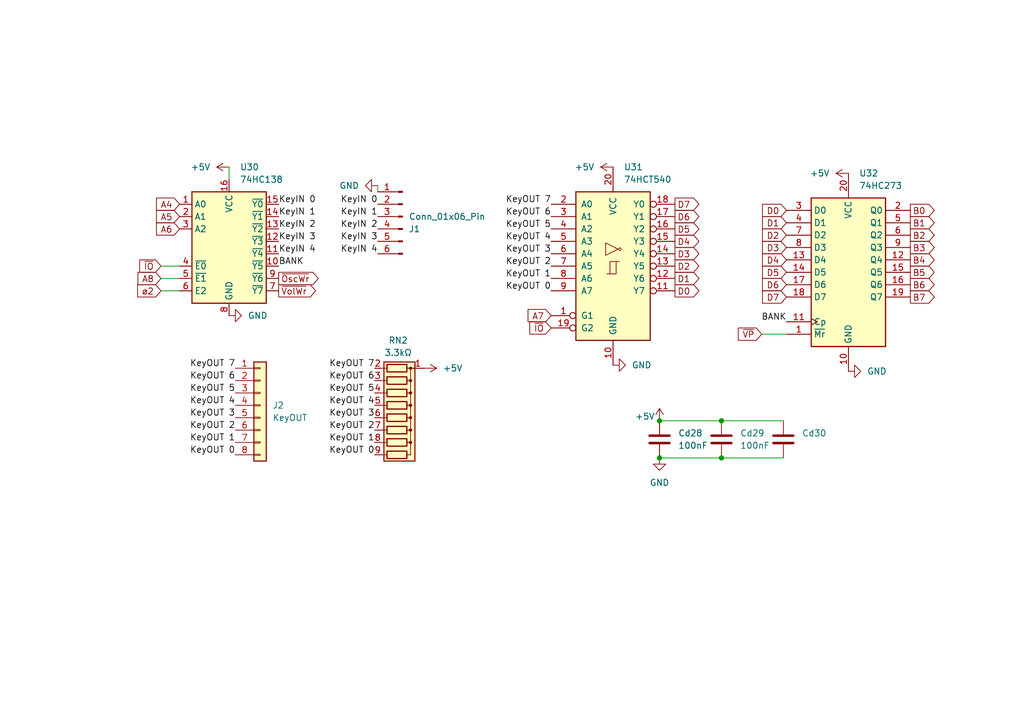
<source format=kicad_sch>
(kicad_sch (version 20231120) (generator "eeschema") (generator_version "8.0")
  (paper "A5")
  (title_block (title "I/O"))
  (lib_symbols
    (symbol "74xx:74AHC273"
      (property "Reference" "U" (at -7.62 16.51 0))
      (property "Value" "74AHC273" (at -7.62 -16.51 0))
      (symbol "74AHC273_1_0"
        (pin input line (at -12.7 -12.7 0) (length 5.08) (name "~{Mr}") (number "1"))
        (pin power_in line (at 0 -20.32 90) (length 5.08) (name "GND") (number "10"))
        (pin input clock (at -12.7 -10.16 0) (length 5.08) (name "Cp") (number "11"))
        (pin output line (at 12.7 2.54 180) (length 5.08) (name "Q4") (number "12"))
        (pin input line (at -12.7 2.54 0) (length 5.08) (name "D4") (number "13"))
        (pin input line (at -12.7 0 0) (length 5.08) (name "D5") (number "14"))
        (pin output line (at 12.7 0 180) (length 5.08) (name "Q5") (number "15"))
        (pin output line (at 12.7 -2.54 180) (length 5.08) (name "Q6") (number "16"))
        (pin input line (at -12.7 -2.54 0) (length 5.08) (name "D6") (number "17"))
        (pin input line (at -12.7 -5.08 0) (length 5.08) (name "D7") (number "18"))
        (pin output line (at 12.7 -5.08 180) (length 5.08) (name "Q7") (number "19"))
        (pin output line (at 12.7 12.7 180) (length 5.08) (name "Q0") (number "2"))
        (pin power_in line (at 0 20.32 270) (length 5.08) (name "VCC") (number "20"))
        (pin input line (at -12.7 12.7 0) (length 5.08) (name "D0") (number "3"))
        (pin input line (at -12.7 10.16 0) (length 5.08) (name "D1") (number "4"))
        (pin output line (at 12.7 10.16 180) (length 5.08) (name "Q1") (number "5"))
        (pin output line (at 12.7 7.62 180) (length 5.08) (name "Q2") (number "6"))
        (pin input line (at -12.7 7.62 0) (length 5.08) (name "D2") (number "7"))
        (pin input line (at -12.7 5.08 0) (length 5.08) (name "D3") (number "8"))
        (pin output line (at 12.7 5.08 180) (length 5.08) (name "Q3") (number "9"))
      )
      (symbol "74AHC273_1_1"
        (rectangle (start -7.62 15.24) (end 7.62 -15.24) (stroke (width 0.254)) (fill (type background)))
      )
    )
    (symbol "74xx:74HC138"
      (property "Reference" "U" (at -7.62 13.97 0))
      (property "Value" "74HC138" (at 2.54 -11.43 0))
      (symbol "74HC138_0_1"
        (rectangle (start -7.62 12.7) (end 7.62 -10.16) (stroke (width 0.254)) (fill (type background)))
      )
      (symbol "74HC138_1_1"
        (pin input line (at -10.16 10.16 0) (length 2.54) (name "A0") (number "1"))
        (pin output line (at 10.16 -2.54 180) (length 2.54) (name "~{Y5}") (number "10"))
        (pin output line (at 10.16 0 180) (length 2.54) (name "~{Y4}") (number "11"))
        (pin output line (at 10.16 2.54 180) (length 2.54) (name "~{Y3}") (number "12"))
        (pin output line (at 10.16 5.08 180) (length 2.54) (name "~{Y2}") (number "13"))
        (pin output line (at 10.16 7.62 180) (length 2.54) (name "~{Y1}") (number "14"))
        (pin output line (at 10.16 10.16 180) (length 2.54) (name "~{Y0}") (number "15"))
        (pin power_in line (at 0 15.24 270) (length 2.54) (name "VCC") (number "16"))
        (pin input line (at -10.16 7.62 0) (length 2.54) (name "A1") (number "2"))
        (pin input line (at -10.16 5.08 0) (length 2.54) (name "A2") (number "3"))
        (pin input line (at -10.16 -2.54 0) (length 2.54) (name "~{E0}") (number "4"))
        (pin input line (at -10.16 -5.08 0) (length 2.54) (name "~{E1}") (number "5"))
        (pin input line (at -10.16 -7.62 0) (length 2.54) (name "E2") (number "6"))
        (pin output line (at 10.16 -7.62 180) (length 2.54) (name "~{Y7}") (number "7"))
        (pin power_in line (at 0 -12.7 90) (length 2.54) (name "GND") (number "8"))
        (pin output line (at 10.16 -5.08 180) (length 2.54) (name "~{Y6}") (number "9"))
      )
    )
    (symbol "74xx:74LS540" (pin_names (offset 1.016))
      (property "Reference" "U" (at -7.62 16.51 0))
      (property "Value" "74LS540" (at -7.62 -16.51 0))
      (symbol "74LS540_1_0"
        (polyline (pts (xy -0.635 -1.6002) (xy -0.635 0.9398) (xy 0.635 0.9398)))
        (polyline (pts (xy -1.27 -1.6002) (xy 0.635 -1.6002) (xy 0.635 0.9398) (xy 1.27 0.9398)))
        (polyline (pts (xy 1.016 3.4798) (xy -1.524 4.7498) (xy -1.524 2.2098) (xy 1.016 3.4798)) (stroke (width 0.1524)))
        (circle (center 1.397 3.4798) (radius 0.254) (stroke (width 0.1524)))
        (pin input inverted (at -12.7 -10.16 0) (length 5.08) (name "G1") (number "1"))
        (pin power_in line (at 0 -20.32 90) (length 5.08) (name "GND") (number "10"))
        (pin tri_state inverted (at 12.7 -5.08 180) (length 5.08) (name "Y7") (number "11"))
        (pin tri_state inverted (at 12.7 -2.54 180) (length 5.08) (name "Y6") (number "12"))
        (pin tri_state inverted (at 12.7 0 180) (length 5.08) (name "Y5") (number "13"))
        (pin tri_state inverted (at 12.7 2.54 180) (length 5.08) (name "Y4") (number "14"))
        (pin tri_state inverted (at 12.7 5.08 180) (length 5.08) (name "Y3") (number "15"))
        (pin tri_state inverted (at 12.7 7.62 180) (length 5.08) (name "Y2") (number "16"))
        (pin tri_state inverted (at 12.7 10.16 180) (length 5.08) (name "Y1") (number "17"))
        (pin tri_state inverted (at 12.7 12.7 180) (length 5.08) (name "Y0") (number "18"))
        (pin input inverted (at -12.7 -12.7 0) (length 5.08) (name "G2") (number "19"))
        (pin input line (at -12.7 12.7 0) (length 5.08) (name "A0") (number "2"))
        (pin power_in line (at 0 20.32 270) (length 5.08) (name "VCC") (number "20"))
        (pin input line (at -12.7 10.16 0) (length 5.08) (name "A1") (number "3"))
        (pin input line (at -12.7 7.62 0) (length 5.08) (name "A2") (number "4"))
        (pin input line (at -12.7 5.08 0) (length 5.08) (name "A3") (number "5"))
        (pin input line (at -12.7 2.54 0) (length 5.08) (name "A4") (number "6"))
        (pin input line (at -12.7 0 0) (length 5.08) (name "A5") (number "7"))
        (pin input line (at -12.7 -2.54 0) (length 5.08) (name "A6") (number "8"))
        (pin input line (at -12.7 -5.08 0) (length 5.08) (name "A7") (number "9"))
      )
      (symbol "74LS540_1_1"
        (rectangle (start -7.62 15.24) (end 7.62 -15.24) (stroke (width 0.254)) (fill (type background)))
      )
    )
    (symbol "Connector:Conn_01x06_Pin" (pin_names (offset 1.016) hide)
      (property "Reference" "J" (at 0 7.62 0))
      (property "Value" "Conn_01x06_Pin" (at 0 -10.16 0))
      (symbol "Conn_01x06_Pin_1_1"
        (polyline (pts (xy 1.27 -7.62) (xy 0.8636 -7.62)) (stroke (width 0.1524)))
        (polyline (pts (xy 1.27 -5.08) (xy 0.8636 -5.08)) (stroke (width 0.1524)))
        (polyline (pts (xy 1.27 -2.54) (xy 0.8636 -2.54)) (stroke (width 0.1524)))
        (polyline (pts (xy 1.27 0) (xy 0.8636 0)) (stroke (width 0.1524)))
        (polyline (pts (xy 1.27 2.54) (xy 0.8636 2.54)) (stroke (width 0.1524)))
        (polyline (pts (xy 1.27 5.08) (xy 0.8636 5.08)) (stroke (width 0.1524)))
        (rectangle (start 0.8636 -7.493) (end 0 -7.747) (stroke (width 0.1524)) (fill (type outline)))
        (rectangle (start 0.8636 -4.953) (end 0 -5.207) (stroke (width 0.1524)) (fill (type outline)))
        (rectangle (start 0.8636 -2.413) (end 0 -2.667) (stroke (width 0.1524)) (fill (type outline)))
        (rectangle (start 0.8636 0.127) (end 0 -0.127) (stroke (width 0.1524)) (fill (type outline)))
        (rectangle (start 0.8636 2.667) (end 0 2.413) (stroke (width 0.1524)) (fill (type outline)))
        (rectangle (start 0.8636 5.207) (end 0 4.953) (stroke (width 0.1524)) (fill (type outline)))
        (pin passive line (at 5.08 5.08 180) (length 3.81) (name "Pin_1") (number "1"))
        (pin passive line (at 5.08 2.54 180) (length 3.81) (name "Pin_2") (number "2"))
        (pin passive line (at 5.08 0 180) (length 3.81) (name "Pin_3") (number "3"))
        (pin passive line (at 5.08 -2.54 180) (length 3.81) (name "Pin_4") (number "4"))
        (pin passive line (at 5.08 -5.08 180) (length 3.81) (name "Pin_5") (number "5"))
        (pin passive line (at 5.08 -7.62 180) (length 3.81) (name "Pin_6") (number "6"))
      )
    )
    (symbol "Connector_Generic:Conn_01x08" (pin_names (offset 1.016) hide)
      (property "Reference" "J" (at 0 10.16 0))
      (property "Value" "Conn_01x08" (at 0 -12.7 0))
      (symbol "Conn_01x08_1_1"
        (rectangle (start -1.27 -10.033) (end 0 -10.287) (stroke (width 0.1524)))
        (rectangle (start -1.27 -7.493) (end 0 -7.747) (stroke (width 0.1524)))
        (rectangle (start -1.27 -4.953) (end 0 -5.207) (stroke (width 0.1524)))
        (rectangle (start -1.27 -2.413) (end 0 -2.667) (stroke (width 0.1524)))
        (rectangle (start -1.27 0.127) (end 0 -0.127) (stroke (width 0.1524)))
        (rectangle (start -1.27 2.667) (end 0 2.413) (stroke (width 0.1524)))
        (rectangle (start -1.27 5.207) (end 0 4.953) (stroke (width 0.1524)))
        (rectangle (start -1.27 7.747) (end 0 7.493) (stroke (width 0.1524)))
        (rectangle (start -1.27 8.89) (end 1.27 -11.43) (stroke (width 0.254)) (fill (type background)))
        (pin passive line (at -5.08 7.62 0) (length 3.81) (name "Pin_1") (number "1"))
        (pin passive line (at -5.08 5.08 0) (length 3.81) (name "Pin_2") (number "2"))
        (pin passive line (at -5.08 2.54 0) (length 3.81) (name "Pin_3") (number "3"))
        (pin passive line (at -5.08 0 0) (length 3.81) (name "Pin_4") (number "4"))
        (pin passive line (at -5.08 -2.54 0) (length 3.81) (name "Pin_5") (number "5"))
        (pin passive line (at -5.08 -5.08 0) (length 3.81) (name "Pin_6") (number "6"))
        (pin passive line (at -5.08 -7.62 0) (length 3.81) (name "Pin_7") (number "7"))
        (pin passive line (at -5.08 -10.16 0) (length 3.81) (name "Pin_8") (number "8"))
      )
    )
    (symbol "Device:C" (pin_numbers hide) (pin_names (offset 0.254))
      (property "Reference" "C" (at 0.635 2.54 0))
      (property "Value" "C" (at 0.635 -2.54 0))
      (symbol "C_0_1"
        (polyline (pts (xy -2.032 -0.762) (xy 2.032 -0.762)) (stroke (width 0.508)))
        (polyline (pts (xy -2.032 0.762) (xy 2.032 0.762)) (stroke (width 0.508)))
      )
      (symbol "C_1_1"
        (pin passive line (at 0 3.81 270) (length 2.794) (name "~") (number "1"))
        (pin passive line (at 0 -3.81 90) (length 2.794) (name "~") (number "2"))
      )
    )
    (symbol "Device:R_Network08" (pin_names (offset 0) hide)
      (property "Reference" "RN" (at -12.7 0 90))
      (property "Value" "R_Network08" (at 10.16 0 90))
      (symbol "R_Network08_0_1"
        (rectangle (start -11.43 -3.175) (end 8.89 3.175) (stroke (width 0.254)) (fill (type background)))
        (rectangle (start -10.922 1.524) (end -9.398 -2.54) (stroke (width 0.254)))
        (circle (center -10.16 2.286) (radius 0.254) (fill (type outline)))
        (rectangle (start -8.382 1.524) (end -6.858 -2.54) (stroke (width 0.254)))
        (circle (center -7.62 2.286) (radius 0.254) (fill (type outline)))
        (rectangle (start -5.842 1.524) (end -4.318 -2.54) (stroke (width 0.254)))
        (circle (center -5.08 2.286) (radius 0.254) (fill (type outline)))
        (rectangle (start -3.302 1.524) (end -1.778 -2.54) (stroke (width 0.254)))
        (circle (center -2.54 2.286) (radius 0.254) (fill (type outline)))
        (rectangle (start -0.762 1.524) (end 0.762 -2.54) (stroke (width 0.254)))
        (polyline (pts (xy -10.16 -2.54) (xy -10.16 -3.81)))
        (polyline (pts (xy -7.62 -2.54) (xy -7.62 -3.81)))
        (polyline (pts (xy -5.08 -2.54) (xy -5.08 -3.81)))
        (polyline (pts (xy -2.54 -2.54) (xy -2.54 -3.81)))
        (polyline (pts (xy 0 -2.54) (xy 0 -3.81)))
        (polyline (pts (xy 2.54 -2.54) (xy 2.54 -3.81)))
        (polyline (pts (xy 5.08 -2.54) (xy 5.08 -3.81)))
        (polyline (pts (xy 7.62 -2.54) (xy 7.62 -3.81)))
        (polyline (pts (xy -10.16 1.524) (xy -10.16 2.286) (xy -7.62 2.286) (xy -7.62 1.524)))
        (polyline (pts (xy -7.62 1.524) (xy -7.62 2.286) (xy -5.08 2.286) (xy -5.08 1.524)))
        (polyline (pts (xy -5.08 1.524) (xy -5.08 2.286) (xy -2.54 2.286) (xy -2.54 1.524)))
        (polyline (pts (xy -2.54 1.524) (xy -2.54 2.286) (xy 0 2.286) (xy 0 1.524)))
        (polyline (pts (xy 0 1.524) (xy 0 2.286) (xy 2.54 2.286) (xy 2.54 1.524)))
        (polyline (pts (xy 2.54 1.524) (xy 2.54 2.286) (xy 5.08 2.286) (xy 5.08 1.524)))
        (polyline (pts (xy 5.08 1.524) (xy 5.08 2.286) (xy 7.62 2.286) (xy 7.62 1.524)))
        (circle (center 0 2.286) (radius 0.254) (fill (type outline)))
        (rectangle (start 1.778 1.524) (end 3.302 -2.54) (stroke (width 0.254)))
        (circle (center 2.54 2.286) (radius 0.254) (fill (type outline)))
        (rectangle (start 4.318 1.524) (end 5.842 -2.54) (stroke (width 0.254)))
        (circle (center 5.08 2.286) (radius 0.254) (fill (type outline)))
        (rectangle (start 6.858 1.524) (end 8.382 -2.54) (stroke (width 0.254)))
      )
      (symbol "R_Network08_1_1"
        (pin passive line (at -10.16 5.08 270) (length 2.54) (name "common") (number "1"))
        (pin passive line (at -10.16 -5.08 90) (length 1.27) (name "R1") (number "2"))
        (pin passive line (at -7.62 -5.08 90) (length 1.27) (name "R2") (number "3"))
        (pin passive line (at -5.08 -5.08 90) (length 1.27) (name "R3") (number "4"))
        (pin passive line (at -2.54 -5.08 90) (length 1.27) (name "R4") (number "5"))
        (pin passive line (at 0 -5.08 90) (length 1.27) (name "R5") (number "6"))
        (pin passive line (at 2.54 -5.08 90) (length 1.27) (name "R6") (number "7"))
        (pin passive line (at 5.08 -5.08 90) (length 1.27) (name "R7") (number "8"))
        (pin passive line (at 7.62 -5.08 90) (length 1.27) (name "R8") (number "9"))
      )
    )
    (symbol "power:+5V" (power) (pin_names (offset 0))
      (property "Value" "+5V" (at 0 3.556 0))
      (symbol "+5V_0_1"
        (polyline (pts (xy -0.762 1.27) (xy 0 2.54)))
        (polyline (pts (xy 0 0) (xy 0 2.54)))
        (polyline (pts (xy 0 2.54) (xy 0.762 1.27)))
      )
      (symbol "+5V_1_1"
        (pin power_in line (at 0 0 90) (length 0) hide (name "+5V") (number "1"))
      )
    )
    (symbol "power:GND" (power) (pin_names (offset 0))
      (property "Value" "GND" (at 0 -3.81 0))
      (symbol "GND_0_1"
        (polyline (pts (xy 0 0) (xy 0 -1.27) (xy 1.27 -1.27) (xy 0 -2.54) (xy -1.27 -1.27) (xy 0 -1.27)))
      )
      (symbol "GND_1_1"
        (pin power_in line (at 0 0 270) (length 0) hide (name "GND") (number "1"))
      )
    )
  )
  (junction (at 147.955 86.36))
  (junction (at 135.255 93.98))
  (junction (at 135.255 86.36))
  (junction (at 147.955 93.98))
  (wire (pts (xy 77.47 38.1) (xy 77.47 39.37)))
  (wire (pts (xy 33.02 57.15) (xy 36.83 57.15)))
  (wire (pts (xy 46.99 34.29) (xy 46.99 36.83)))
  (wire (pts (xy 135.255 93.98) (xy 147.955 93.98)))
  (wire (pts (xy 147.955 86.36) (xy 160.655 86.36)))
  (wire (pts (xy 33.02 54.61) (xy 36.83 54.61)))
  (wire (pts (xy 33.02 59.69) (xy 36.83 59.69)))
  (wire (pts (xy 156.21 68.58) (xy 161.29 68.58)))
  (wire (pts (xy 147.955 93.98) (xy 160.655 93.98)))
  (wire (pts (xy 135.255 86.36) (xy 147.955 86.36)))
  (label "KeyOUT 2" (at 76.835 88.265 180))
  (label "KeyIN 1" (at 77.47 44.45 180))
  (label "KeyIN 3" (at 77.47 49.53 180))
  (label "KeyIN 4" (at 77.47 52.07 180))
  (label "KeyIN 3" (at 57.15 49.53 0))
  (label "KeyIN 4" (at 57.15 52.07 0))
  (label "KeyOUT 7" (at 76.835 75.565 180))
  (label "KeyOUT 0" (at 113.03 59.69 180))
  (label "KeyIN 2" (at 57.15 46.99 0))
  (label "KeyOUT 2" (at 113.03 54.61 180))
  (label "KeyOUT 1" (at 48.26 90.805 180))
  (label "KeyOUT 1" (at 113.03 57.15 180))
  (label "KeyOUT 2" (at 48.26 88.265 180))
  (label "KeyOUT 4" (at 48.26 83.185 180))
  (label "KeyOUT 3" (at 48.26 85.725 180))
  (label "KeyIN 2" (at 77.47 46.99 180))
  (label "KeyOUT 3" (at 76.835 85.725 180))
  (label "BANK" (at 57.15 54.61 0))
  (label "KeyOUT 4" (at 113.03 49.53 180))
  (label "KeyOUT 6" (at 76.835 78.105 180))
  (label "KeyOUT 5" (at 76.835 80.645 180))
  (label "KeyOUT 0" (at 76.835 93.345 180))
  (label "KeyOUT 0" (at 48.26 93.345 180))
  (label "KeyOUT 1" (at 76.835 90.805 180))
  (label "KeyOUT 4" (at 76.835 83.185 180))
  (label "KeyOUT 5" (at 113.03 46.99 180))
  (label "KeyIN 1" (at 57.15 44.45 0))
  (label "KeyOUT 6" (at 113.03 44.45 180))
  (label "KeyOUT 6" (at 48.26 78.105 180))
  (label "KeyOUT 7" (at 48.26 75.565 180))
  (label "KeyIN 0" (at 57.15 41.91 0))
  (label "KeyOUT 3" (at 113.03 52.07 180))
  (label "KeyOUT 5" (at 48.26 80.645 180))
  (label "BANK" (at 161.29 66.04 180))
  (label "KeyOUT 7" (at 113.03 41.91 180))
  (label "KeyIN 0" (at 77.47 41.91 180))
  (global_label "~{IO}" (shape input) (at 113.03 67.31 180) (property "Intersheetrefs" "${INTERSHEET_REFS}" (effects (hide yes))))
  (global_label "ø2" (shape input) (at 33.02 59.69 180) (property "Intersheetrefs" "${INTERSHEET_REFS}" (effects (hide yes))))
  (global_label "D1" (shape input) (at 161.29 45.72 180) (property "Intersheetrefs" "${INTERSHEET_REFS}" (effects (hide yes))))
  (global_label "D0" (shape input) (at 161.29 43.18 180) (property "Intersheetrefs" "${INTERSHEET_REFS}" (effects (hide yes))))
  (global_label "D3" (shape input) (at 161.29 50.8 180) (property "Intersheetrefs" "${INTERSHEET_REFS}" (effects (hide yes))))
  (global_label "D6" (shape input) (at 161.29 58.42 180) (property "Intersheetrefs" "${INTERSHEET_REFS}" (effects (hide yes))))
  (global_label "A7" (shape input) (at 113.03 64.77 180) (property "Intersheetrefs" "${INTERSHEET_REFS}" (effects (hide yes))))
  (global_label "D2" (shape input) (at 161.29 48.26 180) (property "Intersheetrefs" "${INTERSHEET_REFS}" (effects (hide yes))))
  (global_label "~{IO}" (shape input) (at 33.02 54.61 180) (property "Intersheetrefs" "${INTERSHEET_REFS}" (effects (hide yes))))
  (global_label "D5" (shape input) (at 161.29 55.88 180) (property "Intersheetrefs" "${INTERSHEET_REFS}" (effects (hide yes))))
  (global_label "B3" (shape output) (at 186.69 50.8 0) (property "Intersheetrefs" "${INTERSHEET_REFS}" (effects (hide yes))))
  (global_label "B2" (shape output) (at 186.69 48.26 0) (property "Intersheetrefs" "${INTERSHEET_REFS}" (effects (hide yes))))
  (global_label "B4" (shape output) (at 186.69 53.34 0) (property "Intersheetrefs" "${INTERSHEET_REFS}" (effects (hide yes))))
  (global_label "B7" (shape output) (at 186.69 60.96 0) (property "Intersheetrefs" "${INTERSHEET_REFS}" (effects (hide yes))))
  (global_label "D7" (shape output) (at 138.43 41.91 0) (property "Intersheetrefs" "${INTERSHEET_REFS}" (effects (hide yes))))
  (global_label "B6" (shape output) (at 186.69 58.42 0) (property "Intersheetrefs" "${INTERSHEET_REFS}" (effects (hide yes))))
  (global_label "D6" (shape output) (at 138.43 44.45 0) (property "Intersheetrefs" "${INTERSHEET_REFS}" (effects (hide yes))))
  (global_label "A8" (shape input) (at 33.02 57.15 180) (property "Intersheetrefs" "${INTERSHEET_REFS}" (effects (hide yes))))
  (global_label "A6" (shape input) (at 36.83 46.99 180) (property "Intersheetrefs" "${INTERSHEET_REFS}" (effects (hide yes))))
  (global_label "D5" (shape output) (at 138.43 46.99 0) (property "Intersheetrefs" "${INTERSHEET_REFS}" (effects (hide yes))))
  (global_label "D4" (shape output) (at 138.43 49.53 0) (property "Intersheetrefs" "${INTERSHEET_REFS}" (effects (hide yes))))
  (global_label "D2" (shape output) (at 138.43 54.61 0) (property "Intersheetrefs" "${INTERSHEET_REFS}" (effects (hide yes))))
  (global_label "D3" (shape output) (at 138.43 52.07 0) (property "Intersheetrefs" "${INTERSHEET_REFS}" (effects (hide yes))))
  (global_label "A5" (shape input) (at 36.83 44.45 180) (property "Intersheetrefs" "${INTERSHEET_REFS}" (effects (hide yes))))
  (global_label "B5" (shape output) (at 186.69 55.88 0) (property "Intersheetrefs" "${INTERSHEET_REFS}" (effects (hide yes))))
  (global_label "B0" (shape output) (at 186.69 43.18 0) (property "Intersheetrefs" "${INTERSHEET_REFS}" (effects (hide yes))))
  (global_label "~{VolWr}" (shape output) (at 57.15 59.69 0) (property "Intersheetrefs" "${INTERSHEET_REFS}" (effects (hide yes))))
  (global_label "B1" (shape output) (at 186.69 45.72 0) (property "Intersheetrefs" "${INTERSHEET_REFS}" (effects (hide yes))))
  (global_label "~{OscWr}" (shape output) (at 57.15 57.15 0) (property "Intersheetrefs" "${INTERSHEET_REFS}" (effects (hide yes))))
  (global_label "D4" (shape input) (at 161.29 53.34 180) (property "Intersheetrefs" "${INTERSHEET_REFS}" (effects (hide yes))))
  (global_label "~{VP}" (shape input) (at 156.21 68.58 180) (property "Intersheetrefs" "${INTERSHEET_REFS}" (effects (hide yes))))
  (global_label "A4" (shape input) (at 36.83 41.91 180) (property "Intersheetrefs" "${INTERSHEET_REFS}" (effects (hide yes))))
  (global_label "D0" (shape output) (at 138.43 59.69 0) (property "Intersheetrefs" "${INTERSHEET_REFS}" (effects (hide yes))))
  (global_label "D7" (shape input) (at 161.29 60.96 180) (property "Intersheetrefs" "${INTERSHEET_REFS}" (effects (hide yes))))
  (global_label "D1" (shape output) (at 138.43 57.15 0) (property "Intersheetrefs" "${INTERSHEET_REFS}" (effects (hide yes))))
  (symbol (lib_id "74xx:74LS540") (at 125.73 54.61 0) (unit 1)
    (property "Reference" "U31" (at 127.9241 34.29 0) (effects (justify left)))
    (property "Value" "74HCT540" (at 127.9241 36.83 0) (effects (justify left)))
    (property "Footprint" "PCM_Package_DIP_AKL:DIP-20_W7.62mm_Socket_LongPads" (effects (hide yes)))
    (property "Datasheet" "http://www.ti.com/lit/gpn/sn74LS540" (effects (hide yes)))
  )
  (symbol (lib_id "power:GND") (at 135.255 93.98 0) (unit 1)
    (property "Reference" "#PWR0138" (effects (hide yes)))
    (property "Value" "GND" (at 135.255 99.06 0))
  )
  (symbol (lib_id "power:+5V") (at 86.995 75.565 270) (unit 1)
    (property "Reference" "#PWR0134" (effects (hide yes)))
    (property "Value" "+5V" (at 90.805 75.565 90) (effects (justify left)))
  )
  (symbol (lib_id "power:GND") (at 173.99 76.2 90) (unit 1)
    (property "Reference" "#PWR0140" (effects (hide yes)))
    (property "Value" "GND" (at 177.8 76.2 90) (effects (justify right)))
  )
  (symbol (lib_id "power:+5V") (at 173.99 35.56 90) (unit 1)
    (property "Reference" "#PWR0139" (effects (hide yes)))
    (property "Value" "+5V" (at 170.18 35.56 90) (effects (justify left)))
  )
  (symbol (lib_id "Device:C") (at 160.655 90.17 0) (unit 1)
    (property "Reference" "Cd30" (at 164.465 88.9 0) (effects (justify left)))
    (property "Value" "100nF" (effects (hide yes)))
    (property "Footprint" "Capacitor_THT:C_Disc_D3.0mm_W1.6mm_P2.50mm" (effects (hide yes)))
  )
  (symbol (lib_id "power:+5V") (at 135.255 86.36 0) (unit 1)
    (property "Reference" "#PWR0137" (effects (hide yes)))
    (property "Value" "+5V" (at 132.2701 85.4661 0))
  )
  (symbol (lib_id "Device:C") (at 147.955 90.17 0) (unit 1)
    (property "Reference" "Cd29" (at 151.765 88.9 0) (effects (justify left)))
    (property "Value" "100nF" (at 151.765 91.44 0) (effects (justify left)))
    (property "Footprint" "Capacitor_THT:C_Disc_D3.0mm_W1.6mm_P2.50mm" (effects (hide yes)))
  )
  (symbol (lib_id "Device:R_Network08") (at 81.915 85.725 270) (unit 1)
    (property "Reference" "RN2" (at 81.661 69.85 90))
    (property "Value" "3.3kΩ" (at 81.661 72.39 90))
    (property "Footprint" "Resistor_THT:R_Array_SIP9" (effects (hide yes)))
    (property "Datasheet" "http://www.vishay.com/docs/31509/csc.pdf" (effects (hide yes)))
  )
  (symbol (lib_id "power:GND") (at 77.47 38.1 270) (unit 1)
    (property "Reference" "#PWR0113" (effects (hide yes)))
    (property "Value" "GND" (at 73.66 38.0999 90) (effects (justify right)))
  )
  (symbol (lib_id "74xx:74HC138") (at 46.99 52.07 0) (unit 1)
    (property "Reference" "U30" (at 49.1841 34.29 0) (effects (justify left)))
    (property "Value" "74HC138" (at 49.1841 36.83 0) (effects (justify left)))
    (property "Footprint" "PCM_Package_DIP_AKL:DIP-16_W7.62mm_Socket_LongPads" (effects (hide yes)))
    (property "Datasheet" "http://www.ti.com/lit/ds/symlink/cd74hc238.pdf" (effects (hide yes)))
  )
  (symbol (lib_id "power:GND") (at 46.99 64.77 90) (unit 1)
    (property "Reference" "#PWR0133" (effects (hide yes)))
    (property "Value" "GND" (at 50.8 64.77 90) (effects (justify right)))
  )
  (symbol (lib_id "74xx:74AHC273") (at 173.99 55.88 0) (unit 1)
    (property "Reference" "U32" (at 176.1841 35.56 0) (effects (justify left)))
    (property "Value" "74HC273" (at 176.1841 38.1 0) (effects (justify left)))
    (property "Footprint" "PCM_Package_DIP_AKL:DIP-20_W7.62mm_Socket_LongPads" (effects (hide yes)))
    (property "Datasheet" "https://assets.nexperia.com/documents/data-sheet/74AHC_AHCT273.pdf" (effects (hide yes)))
  )
  (symbol (lib_id "power:GND") (at 125.73 74.93 90) (unit 1)
    (property "Reference" "#PWR0136" (effects (hide yes)))
    (property "Value" "GND" (at 129.54 74.93 90) (effects (justify right)))
  )
  (symbol (lib_id "Device:C") (at 135.255 90.17 0) (unit 1)
    (property "Reference" "Cd28" (at 139.065 88.9 0) (effects (justify left)))
    (property "Value" "100nF" (at 139.065 91.44 0) (effects (justify left)))
    (property "Footprint" "Capacitor_THT:C_Disc_D3.0mm_W1.6mm_P2.50mm" (effects (hide yes)))
  )
  (symbol (lib_id "power:+5V") (at 46.99 34.29 90) (unit 1)
    (property "Reference" "#PWR0132" (effects (hide yes)))
    (property "Value" "+5V" (at 43.18 34.29 90) (effects (justify left)))
  )
  (symbol (lib_id "Connector:Conn_01x06_Pin") (at 82.55 44.45 0) (mirror y) (unit 1)
    (property "Reference" "J1" (at 83.82 46.9901 0) (effects (justify right)))
    (property "Value" "Conn_01x06_Pin" (at 83.82 44.4501 0) (effects (justify right)))
    (property "Footprint" "Connector_PinHeader_2.54mm:PinHeader_1x06_P2.54mm_Vertical" (effects (hide yes)))
    (property "Description" "Generic connector, single row, 01x06, script generated" (effects (hide yes)))
  )
  (symbol (lib_id "power:+5V") (at 125.73 34.29 90) (unit 1)
    (property "Reference" "#PWR0135" (effects (hide yes)))
    (property "Value" "+5V" (at 121.92 34.29 90) (effects (justify left)))
  )
  (symbol (lib_id "Connector_Generic:Conn_01x08") (at 53.34 83.185 0) (unit 1)
    (property "Reference" "J2" (at 55.88 83.185 0) (effects (justify left)))
    (property "Value" "KeyOUT" (at 55.88 85.725 0) (effects (justify left)))
    (property "Footprint" "Connector_PinHeader_2.54mm:PinHeader_1x08_P2.54mm_Vertical" (effects (hide yes)))
  )
)
</source>
